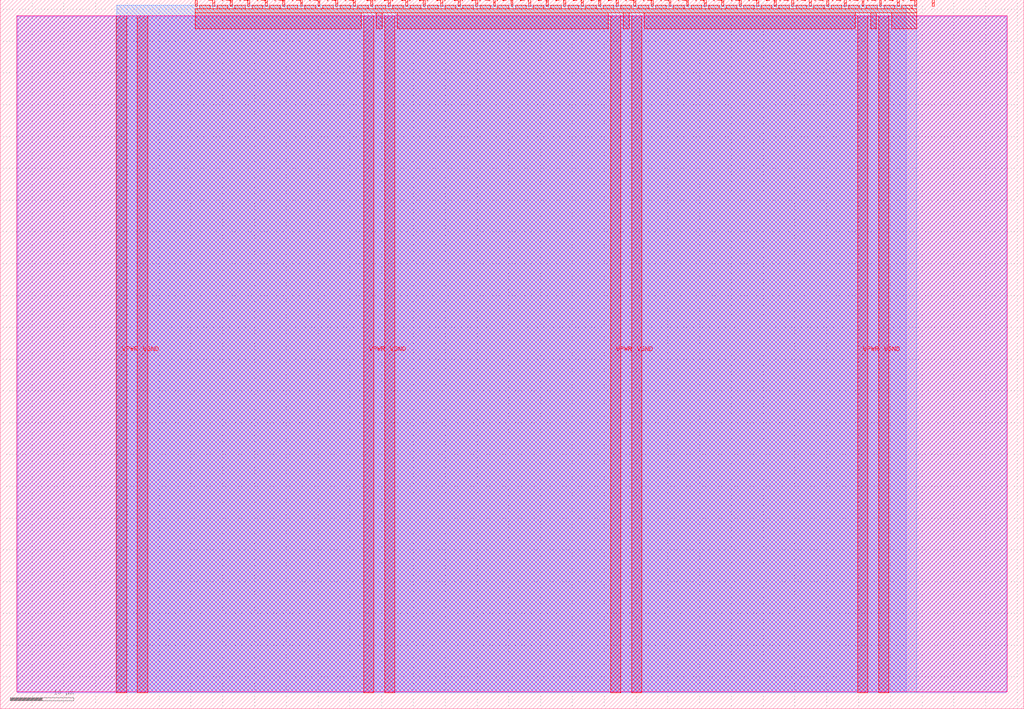
<source format=lef>
VERSION 5.7 ;
  NOWIREEXTENSIONATPIN ON ;
  DIVIDERCHAR "/" ;
  BUSBITCHARS "[]" ;
MACRO tt_um_wokwi_446363696538901505
  CLASS BLOCK ;
  FOREIGN tt_um_wokwi_446363696538901505 ;
  ORIGIN 0.000 0.000 ;
  SIZE 161.000 BY 111.520 ;
  PIN VGND
    DIRECTION INOUT ;
    USE GROUND ;
    PORT
      LAYER met4 ;
        RECT 21.580 2.480 23.180 109.040 ;
    END
    PORT
      LAYER met4 ;
        RECT 60.450 2.480 62.050 109.040 ;
    END
    PORT
      LAYER met4 ;
        RECT 99.320 2.480 100.920 109.040 ;
    END
    PORT
      LAYER met4 ;
        RECT 138.190 2.480 139.790 109.040 ;
    END
  END VGND
  PIN VPWR
    DIRECTION INOUT ;
    USE POWER ;
    PORT
      LAYER met4 ;
        RECT 18.280 2.480 19.880 109.040 ;
    END
    PORT
      LAYER met4 ;
        RECT 57.150 2.480 58.750 109.040 ;
    END
    PORT
      LAYER met4 ;
        RECT 96.020 2.480 97.620 109.040 ;
    END
    PORT
      LAYER met4 ;
        RECT 134.890 2.480 136.490 109.040 ;
    END
  END VPWR
  PIN clk
    DIRECTION INPUT ;
    USE SIGNAL ;
    ANTENNAGATEAREA 0.126000 ;
    PORT
      LAYER met4 ;
        RECT 143.830 110.520 144.130 111.520 ;
    END
  END clk
  PIN ena
    DIRECTION INPUT ;
    USE SIGNAL ;
    PORT
      LAYER met4 ;
        RECT 146.590 110.520 146.890 111.520 ;
    END
  END ena
  PIN rst_n
    DIRECTION INPUT ;
    USE SIGNAL ;
    ANTENNAGATEAREA 0.196500 ;
    PORT
      LAYER met4 ;
        RECT 141.070 110.520 141.370 111.520 ;
    END
  END rst_n
  PIN ui_in[0]
    DIRECTION INPUT ;
    USE SIGNAL ;
    ANTENNAGATEAREA 0.196500 ;
    PORT
      LAYER met4 ;
        RECT 138.310 110.520 138.610 111.520 ;
    END
  END ui_in[0]
  PIN ui_in[1]
    DIRECTION INPUT ;
    USE SIGNAL ;
    PORT
      LAYER met4 ;
        RECT 135.550 110.520 135.850 111.520 ;
    END
  END ui_in[1]
  PIN ui_in[2]
    DIRECTION INPUT ;
    USE SIGNAL ;
    PORT
      LAYER met4 ;
        RECT 132.790 110.520 133.090 111.520 ;
    END
  END ui_in[2]
  PIN ui_in[3]
    DIRECTION INPUT ;
    USE SIGNAL ;
    PORT
      LAYER met4 ;
        RECT 130.030 110.520 130.330 111.520 ;
    END
  END ui_in[3]
  PIN ui_in[4]
    DIRECTION INPUT ;
    USE SIGNAL ;
    PORT
      LAYER met4 ;
        RECT 127.270 110.520 127.570 111.520 ;
    END
  END ui_in[4]
  PIN ui_in[5]
    DIRECTION INPUT ;
    USE SIGNAL ;
    PORT
      LAYER met4 ;
        RECT 124.510 110.520 124.810 111.520 ;
    END
  END ui_in[5]
  PIN ui_in[6]
    DIRECTION INPUT ;
    USE SIGNAL ;
    PORT
      LAYER met4 ;
        RECT 121.750 110.520 122.050 111.520 ;
    END
  END ui_in[6]
  PIN ui_in[7]
    DIRECTION INPUT ;
    USE SIGNAL ;
    PORT
      LAYER met4 ;
        RECT 118.990 110.520 119.290 111.520 ;
    END
  END ui_in[7]
  PIN uio_in[0]
    DIRECTION INPUT ;
    USE SIGNAL ;
    PORT
      LAYER met4 ;
        RECT 116.230 110.520 116.530 111.520 ;
    END
  END uio_in[0]
  PIN uio_in[1]
    DIRECTION INPUT ;
    USE SIGNAL ;
    PORT
      LAYER met4 ;
        RECT 113.470 110.520 113.770 111.520 ;
    END
  END uio_in[1]
  PIN uio_in[2]
    DIRECTION INPUT ;
    USE SIGNAL ;
    PORT
      LAYER met4 ;
        RECT 110.710 110.520 111.010 111.520 ;
    END
  END uio_in[2]
  PIN uio_in[3]
    DIRECTION INPUT ;
    USE SIGNAL ;
    PORT
      LAYER met4 ;
        RECT 107.950 110.520 108.250 111.520 ;
    END
  END uio_in[3]
  PIN uio_in[4]
    DIRECTION INPUT ;
    USE SIGNAL ;
    PORT
      LAYER met4 ;
        RECT 105.190 110.520 105.490 111.520 ;
    END
  END uio_in[4]
  PIN uio_in[5]
    DIRECTION INPUT ;
    USE SIGNAL ;
    PORT
      LAYER met4 ;
        RECT 102.430 110.520 102.730 111.520 ;
    END
  END uio_in[5]
  PIN uio_in[6]
    DIRECTION INPUT ;
    USE SIGNAL ;
    PORT
      LAYER met4 ;
        RECT 99.670 110.520 99.970 111.520 ;
    END
  END uio_in[6]
  PIN uio_in[7]
    DIRECTION INPUT ;
    USE SIGNAL ;
    PORT
      LAYER met4 ;
        RECT 96.910 110.520 97.210 111.520 ;
    END
  END uio_in[7]
  PIN uio_oe[0]
    DIRECTION OUTPUT ;
    USE SIGNAL ;
    PORT
      LAYER met4 ;
        RECT 49.990 110.520 50.290 111.520 ;
    END
  END uio_oe[0]
  PIN uio_oe[1]
    DIRECTION OUTPUT ;
    USE SIGNAL ;
    PORT
      LAYER met4 ;
        RECT 47.230 110.520 47.530 111.520 ;
    END
  END uio_oe[1]
  PIN uio_oe[2]
    DIRECTION OUTPUT ;
    USE SIGNAL ;
    PORT
      LAYER met4 ;
        RECT 44.470 110.520 44.770 111.520 ;
    END
  END uio_oe[2]
  PIN uio_oe[3]
    DIRECTION OUTPUT ;
    USE SIGNAL ;
    PORT
      LAYER met4 ;
        RECT 41.710 110.520 42.010 111.520 ;
    END
  END uio_oe[3]
  PIN uio_oe[4]
    DIRECTION OUTPUT ;
    USE SIGNAL ;
    PORT
      LAYER met4 ;
        RECT 38.950 110.520 39.250 111.520 ;
    END
  END uio_oe[4]
  PIN uio_oe[5]
    DIRECTION OUTPUT ;
    USE SIGNAL ;
    PORT
      LAYER met4 ;
        RECT 36.190 110.520 36.490 111.520 ;
    END
  END uio_oe[5]
  PIN uio_oe[6]
    DIRECTION OUTPUT ;
    USE SIGNAL ;
    PORT
      LAYER met4 ;
        RECT 33.430 110.520 33.730 111.520 ;
    END
  END uio_oe[6]
  PIN uio_oe[7]
    DIRECTION OUTPUT ;
    USE SIGNAL ;
    PORT
      LAYER met4 ;
        RECT 30.670 110.520 30.970 111.520 ;
    END
  END uio_oe[7]
  PIN uio_out[0]
    DIRECTION OUTPUT ;
    USE SIGNAL ;
    PORT
      LAYER met4 ;
        RECT 72.070 110.520 72.370 111.520 ;
    END
  END uio_out[0]
  PIN uio_out[1]
    DIRECTION OUTPUT ;
    USE SIGNAL ;
    PORT
      LAYER met4 ;
        RECT 69.310 110.520 69.610 111.520 ;
    END
  END uio_out[1]
  PIN uio_out[2]
    DIRECTION OUTPUT ;
    USE SIGNAL ;
    PORT
      LAYER met4 ;
        RECT 66.550 110.520 66.850 111.520 ;
    END
  END uio_out[2]
  PIN uio_out[3]
    DIRECTION OUTPUT ;
    USE SIGNAL ;
    PORT
      LAYER met4 ;
        RECT 63.790 110.520 64.090 111.520 ;
    END
  END uio_out[3]
  PIN uio_out[4]
    DIRECTION OUTPUT ;
    USE SIGNAL ;
    PORT
      LAYER met4 ;
        RECT 61.030 110.520 61.330 111.520 ;
    END
  END uio_out[4]
  PIN uio_out[5]
    DIRECTION OUTPUT ;
    USE SIGNAL ;
    PORT
      LAYER met4 ;
        RECT 58.270 110.520 58.570 111.520 ;
    END
  END uio_out[5]
  PIN uio_out[6]
    DIRECTION OUTPUT ;
    USE SIGNAL ;
    PORT
      LAYER met4 ;
        RECT 55.510 110.520 55.810 111.520 ;
    END
  END uio_out[6]
  PIN uio_out[7]
    DIRECTION OUTPUT ;
    USE SIGNAL ;
    PORT
      LAYER met4 ;
        RECT 52.750 110.520 53.050 111.520 ;
    END
  END uio_out[7]
  PIN uo_out[0]
    DIRECTION OUTPUT ;
    USE SIGNAL ;
    ANTENNADIFFAREA 0.445500 ;
    PORT
      LAYER met4 ;
        RECT 94.150 110.520 94.450 111.520 ;
    END
  END uo_out[0]
  PIN uo_out[1]
    DIRECTION OUTPUT ;
    USE SIGNAL ;
    ANTENNADIFFAREA 0.445500 ;
    PORT
      LAYER met4 ;
        RECT 91.390 110.520 91.690 111.520 ;
    END
  END uo_out[1]
  PIN uo_out[2]
    DIRECTION OUTPUT ;
    USE SIGNAL ;
    ANTENNADIFFAREA 0.445500 ;
    PORT
      LAYER met4 ;
        RECT 88.630 110.520 88.930 111.520 ;
    END
  END uo_out[2]
  PIN uo_out[3]
    DIRECTION OUTPUT ;
    USE SIGNAL ;
    PORT
      LAYER met4 ;
        RECT 85.870 110.520 86.170 111.520 ;
    END
  END uo_out[3]
  PIN uo_out[4]
    DIRECTION OUTPUT ;
    USE SIGNAL ;
    PORT
      LAYER met4 ;
        RECT 83.110 110.520 83.410 111.520 ;
    END
  END uo_out[4]
  PIN uo_out[5]
    DIRECTION OUTPUT ;
    USE SIGNAL ;
    PORT
      LAYER met4 ;
        RECT 80.350 110.520 80.650 111.520 ;
    END
  END uo_out[5]
  PIN uo_out[6]
    DIRECTION OUTPUT ;
    USE SIGNAL ;
    PORT
      LAYER met4 ;
        RECT 77.590 110.520 77.890 111.520 ;
    END
  END uo_out[6]
  PIN uo_out[7]
    DIRECTION OUTPUT ;
    USE SIGNAL ;
    PORT
      LAYER met4 ;
        RECT 74.830 110.520 75.130 111.520 ;
    END
  END uo_out[7]
  OBS
      LAYER nwell ;
        RECT 2.570 2.635 158.430 108.990 ;
      LAYER li1 ;
        RECT 2.760 2.635 158.240 108.885 ;
      LAYER met1 ;
        RECT 2.760 2.480 158.240 109.040 ;
      LAYER met2 ;
        RECT 18.310 2.535 142.510 110.685 ;
      LAYER met3 ;
        RECT 18.290 2.555 144.170 110.665 ;
      LAYER met4 ;
        RECT 31.370 110.120 33.030 110.665 ;
        RECT 34.130 110.120 35.790 110.665 ;
        RECT 36.890 110.120 38.550 110.665 ;
        RECT 39.650 110.120 41.310 110.665 ;
        RECT 42.410 110.120 44.070 110.665 ;
        RECT 45.170 110.120 46.830 110.665 ;
        RECT 47.930 110.120 49.590 110.665 ;
        RECT 50.690 110.120 52.350 110.665 ;
        RECT 53.450 110.120 55.110 110.665 ;
        RECT 56.210 110.120 57.870 110.665 ;
        RECT 58.970 110.120 60.630 110.665 ;
        RECT 61.730 110.120 63.390 110.665 ;
        RECT 64.490 110.120 66.150 110.665 ;
        RECT 67.250 110.120 68.910 110.665 ;
        RECT 70.010 110.120 71.670 110.665 ;
        RECT 72.770 110.120 74.430 110.665 ;
        RECT 75.530 110.120 77.190 110.665 ;
        RECT 78.290 110.120 79.950 110.665 ;
        RECT 81.050 110.120 82.710 110.665 ;
        RECT 83.810 110.120 85.470 110.665 ;
        RECT 86.570 110.120 88.230 110.665 ;
        RECT 89.330 110.120 90.990 110.665 ;
        RECT 92.090 110.120 93.750 110.665 ;
        RECT 94.850 110.120 96.510 110.665 ;
        RECT 97.610 110.120 99.270 110.665 ;
        RECT 100.370 110.120 102.030 110.665 ;
        RECT 103.130 110.120 104.790 110.665 ;
        RECT 105.890 110.120 107.550 110.665 ;
        RECT 108.650 110.120 110.310 110.665 ;
        RECT 111.410 110.120 113.070 110.665 ;
        RECT 114.170 110.120 115.830 110.665 ;
        RECT 116.930 110.120 118.590 110.665 ;
        RECT 119.690 110.120 121.350 110.665 ;
        RECT 122.450 110.120 124.110 110.665 ;
        RECT 125.210 110.120 126.870 110.665 ;
        RECT 127.970 110.120 129.630 110.665 ;
        RECT 130.730 110.120 132.390 110.665 ;
        RECT 133.490 110.120 135.150 110.665 ;
        RECT 136.250 110.120 137.910 110.665 ;
        RECT 139.010 110.120 140.670 110.665 ;
        RECT 141.770 110.120 143.430 110.665 ;
        RECT 30.655 109.440 144.145 110.120 ;
        RECT 30.655 106.935 56.750 109.440 ;
        RECT 59.150 106.935 60.050 109.440 ;
        RECT 62.450 106.935 95.620 109.440 ;
        RECT 98.020 106.935 98.920 109.440 ;
        RECT 101.320 106.935 134.490 109.440 ;
        RECT 136.890 106.935 137.790 109.440 ;
        RECT 140.190 106.935 144.145 109.440 ;
  END
END tt_um_wokwi_446363696538901505
END LIBRARY


</source>
